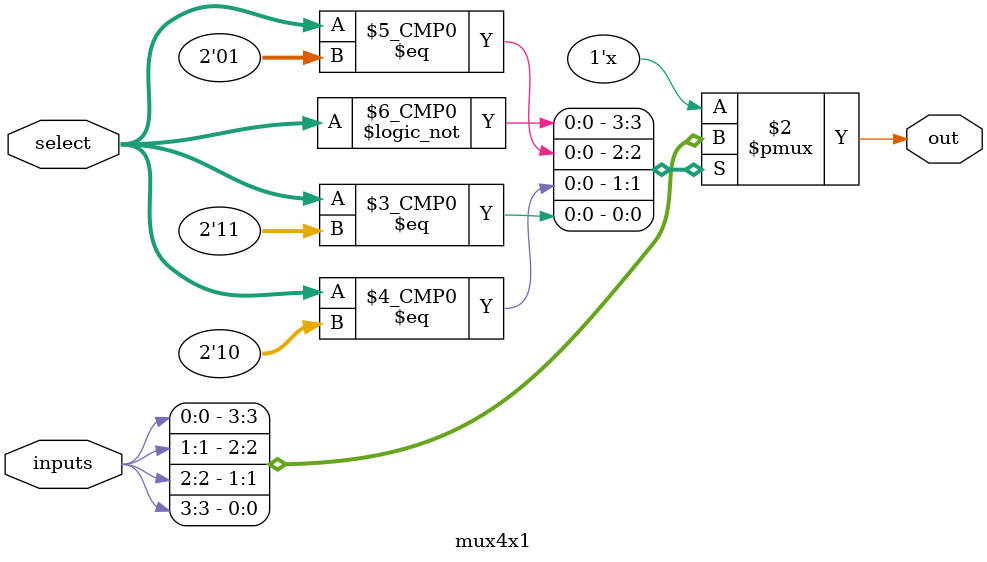
<source format=v>
module mux4x1(out, inputs, select);
  output reg    out;
  input   [3:0] inputs;
  input   [1:0] select;

always @ (select)
begin
  case (select)
  2'b00: 
    out = inputs[0];
  2'b01:
    out = inputs[1];
  2'b10:
    out = inputs[2];
  2'b11:
    out = inputs[3];
  endcase
end

endmodule
</source>
